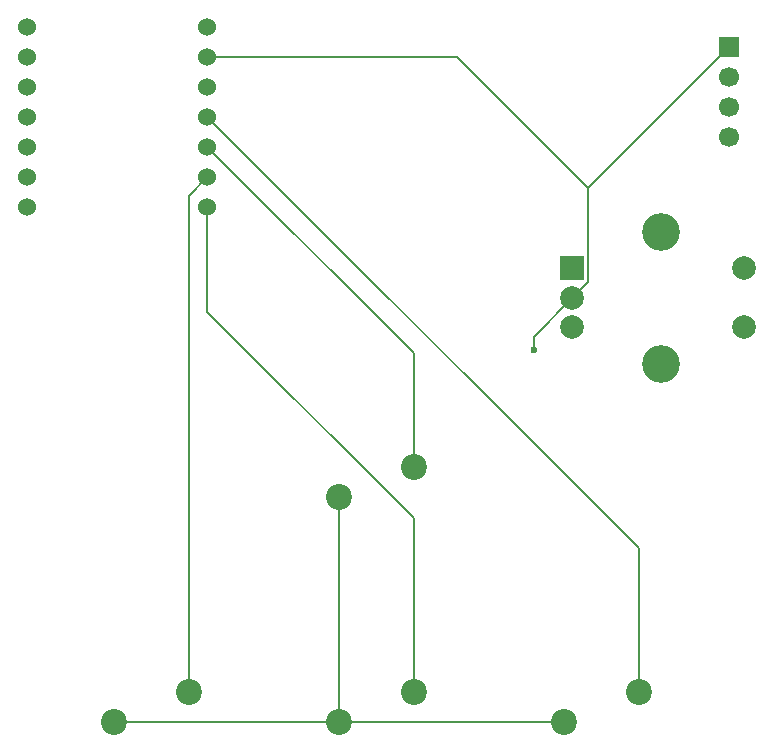
<source format=gbr>
%TF.GenerationSoftware,KiCad,Pcbnew,9.0.7*%
%TF.CreationDate,2026-01-11T18:10:27+01:00*%
%TF.ProjectId,MacroPad,4d616372-6f50-4616-942e-6b696361645f,rev?*%
%TF.SameCoordinates,Original*%
%TF.FileFunction,Copper,L2,Bot*%
%TF.FilePolarity,Positive*%
%FSLAX46Y46*%
G04 Gerber Fmt 4.6, Leading zero omitted, Abs format (unit mm)*
G04 Created by KiCad (PCBNEW 9.0.7) date 2026-01-11 18:10:27*
%MOMM*%
%LPD*%
G01*
G04 APERTURE LIST*
%TA.AperFunction,ComponentPad*%
%ADD10R,1.700000X1.700000*%
%TD*%
%TA.AperFunction,ComponentPad*%
%ADD11C,1.700000*%
%TD*%
%TA.AperFunction,ComponentPad*%
%ADD12C,1.524000*%
%TD*%
%TA.AperFunction,ComponentPad*%
%ADD13R,2.000000X2.000000*%
%TD*%
%TA.AperFunction,ComponentPad*%
%ADD14C,2.000000*%
%TD*%
%TA.AperFunction,ComponentPad*%
%ADD15C,3.200000*%
%TD*%
%TA.AperFunction,ComponentPad*%
%ADD16C,2.200000*%
%TD*%
%TA.AperFunction,ViaPad*%
%ADD17C,0.600000*%
%TD*%
%TA.AperFunction,Conductor*%
%ADD18C,0.200000*%
%TD*%
G04 APERTURE END LIST*
D10*
%TO.P,J?,1*%
%TO.N,GND*%
X256540000Y-68890000D03*
D11*
%TO.P,J?,2*%
%TO.N,unconnected-(U1-3V3-Pad12)*%
X256540000Y-71430000D03*
%TO.P,J?,3*%
%TO.N,unconnected-(U1-GPIO7{slash}SCL-Pad6)*%
X256540000Y-73970000D03*
%TO.P,J?,4*%
%TO.N,unconnected-(U1-GPIO6{slash}SDA-Pad5)*%
X256540000Y-76510000D03*
%TD*%
D12*
%TO.P,U1,1,GPIO26/ADC0/A0*%
%TO.N,unconnected-(U1-GPIO26{slash}ADC0{slash}A0-Pad1)*%
X197167500Y-67214250D03*
%TO.P,U1,2,GPIO27/ADC1/A1*%
%TO.N,unconnected-(U1-GPIO27{slash}ADC1{slash}A1-Pad2)*%
X197167500Y-69754250D03*
%TO.P,U1,3,GPIO28/ADC2/A2*%
%TO.N,Net-(U1-GPIO28{slash}ADC2{slash}A2)*%
X197167500Y-72294250D03*
%TO.P,U1,4,GPIO29/ADC3/A3*%
%TO.N,Net-(U1-GPIO29{slash}ADC3{slash}A3)*%
X197167500Y-74834250D03*
%TO.P,U1,5,GPIO6/SDA*%
%TO.N,unconnected-(U1-GPIO6{slash}SDA-Pad5)*%
X197167500Y-77374250D03*
%TO.P,U1,6,GPIO7/SCL*%
%TO.N,unconnected-(U1-GPIO7{slash}SCL-Pad6)*%
X197167500Y-79914250D03*
%TO.P,U1,7,GPIO0/TX*%
%TO.N,unconnected-(U1-GPIO0{slash}TX-Pad7)*%
X197167500Y-82454250D03*
%TO.P,U1,8,GPIO1/RX*%
%TO.N,Net-(U1-GPIO1{slash}RX)*%
X212407500Y-82454250D03*
%TO.P,U1,9,GPIO2/SCK*%
%TO.N,Net-(U1-GPIO2{slash}SCK)*%
X212407500Y-79914250D03*
%TO.P,U1,10,GPIO4/MISO*%
%TO.N,Net-(U1-GPIO4{slash}MISO)*%
X212407500Y-77374250D03*
%TO.P,U1,11,GPIO3/MOSI*%
%TO.N,Net-(U1-GPIO3{slash}MOSI)*%
X212407500Y-74834250D03*
%TO.P,U1,12,3V3*%
%TO.N,unconnected-(U1-3V3-Pad12)*%
X212407500Y-72294250D03*
%TO.P,U1,13,GND*%
%TO.N,GND*%
X212407500Y-69754250D03*
%TO.P,U1,14,VBUS*%
%TO.N,+5V*%
X212407500Y-67214250D03*
%TD*%
D13*
%TO.P,SW5,A,A*%
%TO.N,Net-(U1-GPIO28{slash}ADC2{slash}A2)*%
X243310000Y-87630000D03*
D14*
%TO.P,SW5,B,B*%
%TO.N,Net-(U1-GPIO29{slash}ADC3{slash}A3)*%
X243310000Y-92630000D03*
%TO.P,SW5,C,C*%
%TO.N,GND*%
X243310000Y-90130000D03*
D15*
%TO.P,SW5,MP*%
%TO.N,N/C*%
X250810000Y-84530000D03*
X250810000Y-95730000D03*
D14*
%TO.P,SW5,S1*%
X257810000Y-92630000D03*
%TO.P,SW5,S2*%
X257810000Y-87630000D03*
%TD*%
D16*
%TO.P,SW3,1,1*%
%TO.N,Net-(U1-GPIO4{slash}MISO)*%
X229870000Y-104457500D03*
%TO.P,SW3,2,2*%
%TO.N,GND*%
X223520000Y-106997500D03*
%TD*%
%TO.P,SW4,1,1*%
%TO.N,Net-(U1-GPIO3{slash}MOSI)*%
X248920000Y-123507500D03*
%TO.P,SW4,2,2*%
%TO.N,GND*%
X242570000Y-126047500D03*
%TD*%
%TO.P,SW1,1,1*%
%TO.N,Net-(U1-GPIO1{slash}RX)*%
X229870000Y-123507500D03*
%TO.P,SW1,2,2*%
%TO.N,GND*%
X223520000Y-126047500D03*
%TD*%
%TO.P,SW2,1,1*%
%TO.N,Net-(U1-GPIO2{slash}SCK)*%
X210820000Y-123507500D03*
%TO.P,SW2,2,2*%
%TO.N,GND*%
X204470000Y-126047500D03*
%TD*%
D17*
%TO.N,GND*%
X240030000Y-94531000D03*
%TD*%
D18*
%TO.N,GND*%
X233546250Y-69754250D02*
X212407500Y-69754250D01*
X244611000Y-80819000D02*
X233546250Y-69754250D01*
X244611000Y-88829000D02*
X244611000Y-80819000D01*
X243310000Y-90130000D02*
X244611000Y-88829000D01*
X244611000Y-80819000D02*
X256540000Y-68890000D01*
X240030000Y-94531000D02*
X240030000Y-93410000D01*
X240030000Y-93410000D02*
X243310000Y-90130000D01*
%TO.N,Net-(U1-GPIO1{slash}RX)*%
X212407500Y-91290184D02*
X212407500Y-82454250D01*
X229870000Y-108752684D02*
X212407500Y-91290184D01*
X229870000Y-123507500D02*
X229870000Y-108752684D01*
%TO.N,Net-(U1-GPIO3{slash}MOSI)*%
X248920000Y-111346750D02*
X212407500Y-74834250D01*
X248920000Y-123507500D02*
X248920000Y-111346750D01*
%TO.N,Net-(U1-GPIO2{slash}SCK)*%
X210820000Y-81501750D02*
X212407500Y-79914250D01*
X210820000Y-123507500D02*
X210820000Y-81501750D01*
%TO.N,Net-(U1-GPIO4{slash}MISO)*%
X229870000Y-94836750D02*
X212407500Y-77374250D01*
X229870000Y-104457500D02*
X229870000Y-94836750D01*
%TO.N,GND*%
X256540000Y-68890000D02*
X256341250Y-68691250D01*
X243310000Y-90130000D02*
X242530000Y-90130000D01*
X223520000Y-126047500D02*
X223520000Y-106997500D01*
X242570000Y-126047500D02*
X223520000Y-126047500D01*
X204470000Y-126047500D02*
X223520000Y-126047500D01*
%TD*%
M02*

</source>
